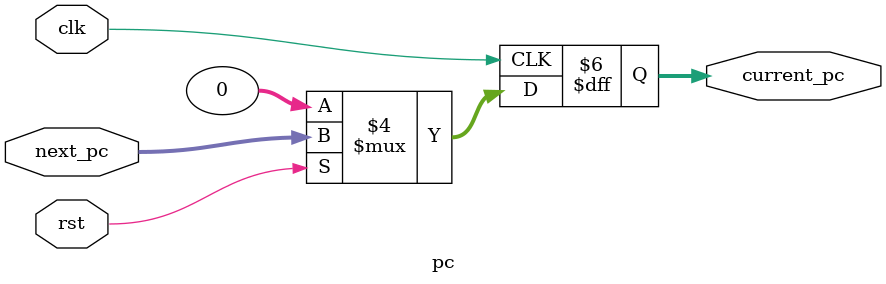
<source format=v>
module pc(next_pc, clk, rst, current_pc);
	input [31:0] next_pc;
	input clk, rst;
	output reg [31:0] current_pc;
	
	always @(posedge clk) begin
		if(~rst)
			current_pc <= 32'b0;
		else
			current_pc <= next_pc;
	end
endmodule
</source>
